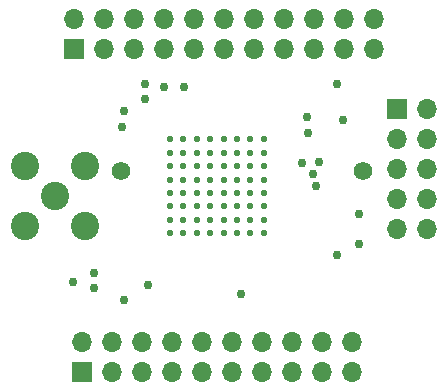
<source format=gbs>
G04 #@! TF.GenerationSoftware,KiCad,Pcbnew,(5.1.6)-1*
G04 #@! TF.CreationDate,2021-09-11T05:13:55-07:00*
G04 #@! TF.ProjectId,scum3c-devboard,7363756d-3363-42d6-9465-76626f617264,rev?*
G04 #@! TF.SameCoordinates,Original*
G04 #@! TF.FileFunction,Soldermask,Bot*
G04 #@! TF.FilePolarity,Negative*
%FSLAX46Y46*%
G04 Gerber Fmt 4.6, Leading zero omitted, Abs format (unit mm)*
G04 Created by KiCad (PCBNEW (5.1.6)-1) date 2021-09-11 05:13:55*
%MOMM*%
%LPD*%
G01*
G04 APERTURE LIST*
%ADD10C,1.574800*%
%ADD11C,2.400000*%
%ADD12R,1.700000X1.700000*%
%ADD13O,1.700000X1.700000*%
%ADD14C,0.762000*%
%ADD15C,0.568750*%
G04 APERTURE END LIST*
D10*
G04 #@! TO.C,B1*
X108889800Y-67310000D03*
X88392000Y-67310000D03*
G04 #@! TD*
D11*
G04 #@! TO.C,J4*
X85344000Y-72009000D03*
X80264000Y-72009000D03*
X85344000Y-66929000D03*
X80264000Y-66929000D03*
X82804000Y-69469000D03*
G04 #@! TD*
D12*
G04 #@! TO.C,J1*
X84455000Y-57023000D03*
D13*
X84455000Y-54483000D03*
X86995000Y-57023000D03*
X86995000Y-54483000D03*
X89535000Y-57023000D03*
X89535000Y-54483000D03*
X92075000Y-57023000D03*
X92075000Y-54483000D03*
X94615000Y-57023000D03*
X94615000Y-54483000D03*
X97155000Y-57023000D03*
X97155000Y-54483000D03*
X99695000Y-57023000D03*
X99695000Y-54483000D03*
X102235000Y-57023000D03*
X102235000Y-54483000D03*
X104775000Y-57023000D03*
X104775000Y-54483000D03*
X107315000Y-57023000D03*
X107315000Y-54483000D03*
X109855000Y-57023000D03*
X109855000Y-54483000D03*
G04 #@! TD*
G04 #@! TO.C,J3*
X114300000Y-72263000D03*
X111760000Y-72263000D03*
X114300000Y-69723000D03*
X111760000Y-69723000D03*
X114300000Y-67183000D03*
X111760000Y-67183000D03*
X114300000Y-64643000D03*
X111760000Y-64643000D03*
X114300000Y-62103000D03*
D12*
X111760000Y-62103000D03*
G04 #@! TD*
D14*
G04 #@! TO.C,J21*
X108585000Y-70993000D03*
G04 #@! TD*
G04 #@! TO.C,J20*
X104140000Y-62738000D03*
G04 #@! TD*
G04 #@! TO.C,J19*
X93726000Y-60198000D03*
G04 #@! TD*
G04 #@! TO.C,J18*
X92075000Y-60198000D03*
G04 #@! TD*
G04 #@! TO.C,J14*
X90424000Y-59944000D03*
G04 #@! TD*
G04 #@! TO.C,J12*
X86106000Y-77216000D03*
G04 #@! TD*
G04 #@! TO.C,J17*
X108585000Y-73533000D03*
G04 #@! TD*
G04 #@! TO.C,J16*
X105156000Y-66548000D03*
G04 #@! TD*
G04 #@! TO.C,J15*
X103759000Y-66675000D03*
G04 #@! TD*
G04 #@! TO.C,J13*
X88646000Y-78232000D03*
G04 #@! TD*
G04 #@! TO.C,J11*
X86106000Y-75946000D03*
G04 #@! TD*
G04 #@! TO.C,J10*
X104648000Y-67564000D03*
G04 #@! TD*
G04 #@! TO.C,J9*
X104902000Y-68580000D03*
G04 #@! TD*
G04 #@! TO.C,J8*
X88519000Y-63627000D03*
G04 #@! TD*
G04 #@! TO.C,J7*
X88646000Y-62230000D03*
G04 #@! TD*
G04 #@! TO.C,J6*
X90424000Y-61214000D03*
G04 #@! TD*
G04 #@! TO.C,J5*
X104267000Y-64135000D03*
G04 #@! TD*
G04 #@! TO.C,GND6*
X106680000Y-59944000D03*
G04 #@! TD*
G04 #@! TO.C,GND5*
X106680000Y-74422000D03*
G04 #@! TD*
G04 #@! TO.C,GND4*
X107188000Y-62992000D03*
G04 #@! TD*
G04 #@! TO.C,GND3*
X90678000Y-76962000D03*
G04 #@! TD*
G04 #@! TO.C,GND2*
X84328000Y-76708000D03*
G04 #@! TD*
G04 #@! TO.C,GND1*
X98552000Y-77724000D03*
G04 #@! TD*
D13*
G04 #@! TO.C,J2*
X107950000Y-81788000D03*
X107950000Y-84328000D03*
X105410000Y-81788000D03*
X105410000Y-84328000D03*
X102870000Y-81788000D03*
X102870000Y-84328000D03*
X100330000Y-81788000D03*
X100330000Y-84328000D03*
X97790000Y-81788000D03*
X97790000Y-84328000D03*
X95250000Y-81788000D03*
X95250000Y-84328000D03*
X92710000Y-81788000D03*
X92710000Y-84328000D03*
X90170000Y-81788000D03*
X90170000Y-84328000D03*
X87630000Y-81788000D03*
X87630000Y-84328000D03*
X85090000Y-81788000D03*
D12*
X85090000Y-84328000D03*
G04 #@! TD*
D15*
G04 #@! TO.C,U1*
X100501250Y-72619250D03*
X100501250Y-71481750D03*
X100501250Y-70344250D03*
X100501250Y-69206750D03*
X100501250Y-68069250D03*
X100501250Y-66931750D03*
X100501250Y-65794250D03*
X100501250Y-64656750D03*
X99363750Y-72619250D03*
X99363750Y-71481750D03*
X99363750Y-70344250D03*
X99363750Y-69206750D03*
X99363750Y-68069250D03*
X99363750Y-66931750D03*
X99363750Y-65794250D03*
X99363750Y-64656750D03*
X98226250Y-72619250D03*
X98226250Y-71481750D03*
X98226250Y-70344250D03*
X98226250Y-69206750D03*
X98226250Y-68069250D03*
X98226250Y-66931750D03*
X98226250Y-65794250D03*
X98226250Y-64656750D03*
X97088750Y-72619250D03*
X97088750Y-71481750D03*
X97088750Y-70344250D03*
X97088750Y-69206750D03*
X97088750Y-68069250D03*
X97088750Y-66931750D03*
X97088750Y-65794250D03*
X97088750Y-64656750D03*
X95951250Y-72619250D03*
X95951250Y-71481750D03*
X95951250Y-70344250D03*
X95951250Y-69206750D03*
X95951250Y-68069250D03*
X95951250Y-66931750D03*
X95951250Y-65794250D03*
X95951250Y-64656750D03*
X94813750Y-72619250D03*
X94813750Y-71481750D03*
X94813750Y-70344250D03*
X94813750Y-69206750D03*
X94813750Y-68069250D03*
X94813750Y-66931750D03*
X94813750Y-65794250D03*
X94813750Y-64656750D03*
X93676250Y-72619250D03*
X93676250Y-71481750D03*
X93676250Y-70344250D03*
X93676250Y-69206750D03*
X93676250Y-68069250D03*
X93676250Y-66931750D03*
X93676250Y-65794250D03*
X93676250Y-64656750D03*
X92538750Y-72619250D03*
X92538750Y-71481750D03*
X92538750Y-70344250D03*
X92538750Y-69206750D03*
X92538750Y-68069250D03*
X92538750Y-66931750D03*
X92538750Y-65794250D03*
X92538750Y-64656750D03*
G04 #@! TD*
M02*

</source>
